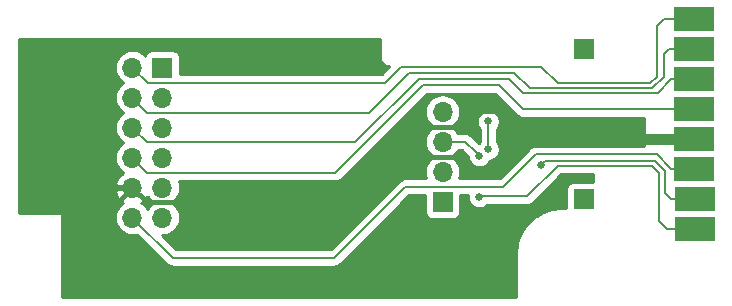
<source format=gbl>
G04 #@! TF.GenerationSoftware,KiCad,Pcbnew,(5.1.4)-1*
G04 #@! TF.CreationDate,2020-10-15T04:09:33+01:00*
G04 #@! TF.ProjectId,buffer,62756666-6572-42e6-9b69-6361645f7063,rev?*
G04 #@! TF.SameCoordinates,Original*
G04 #@! TF.FileFunction,Copper,L2,Bot*
G04 #@! TF.FilePolarity,Positive*
%FSLAX46Y46*%
G04 Gerber Fmt 4.6, Leading zero omitted, Abs format (unit mm)*
G04 Created by KiCad (PCBNEW (5.1.4)-1) date 2020-10-15 04:09:33*
%MOMM*%
%LPD*%
G04 APERTURE LIST*
%ADD10O,1.700000X1.700000*%
%ADD11R,1.700000X1.700000*%
%ADD12R,3.500000X2.000000*%
%ADD13C,0.762000*%
%ADD14C,0.660400*%
%ADD15C,0.381000*%
%ADD16C,0.635000*%
%ADD17C,0.889000*%
%ADD18C,0.203200*%
%ADD19C,0.254000*%
G04 APERTURE END LIST*
D10*
X64077400Y-38110160D03*
X64077400Y-40650160D03*
X64077400Y-43190160D03*
D11*
X64077400Y-45730160D03*
X76033180Y-45504100D03*
X76040800Y-32801560D03*
D12*
X85400200Y-42959160D03*
X85400200Y-40419160D03*
X85400200Y-37879160D03*
X85400200Y-35339160D03*
X85400200Y-32779160D03*
X85400200Y-30239160D03*
X85410200Y-45509160D03*
X85410200Y-48049160D03*
D11*
X40353800Y-34376360D03*
D10*
X37813800Y-34376360D03*
X40353800Y-36916360D03*
X37813800Y-36916360D03*
X40353800Y-39456360D03*
X37813800Y-39456360D03*
X40353800Y-41996360D03*
X37813800Y-41996360D03*
X40353800Y-44536360D03*
X37813800Y-44536360D03*
X40353800Y-47076360D03*
X37813800Y-47076360D03*
D13*
X47016220Y-49232820D03*
X44463520Y-49230280D03*
X45738600Y-49230280D03*
X68395398Y-43215561D03*
X68395400Y-46517562D03*
D14*
X67201600Y-41843956D03*
X67176200Y-45298360D03*
X67963600Y-38922960D03*
X67963600Y-41285160D03*
X72434000Y-42631360D03*
D15*
X37813800Y-44536360D02*
X39057501Y-45780061D01*
X47016220Y-45890180D02*
X47126339Y-45780061D01*
X47016220Y-49232820D02*
X47016220Y-45890180D01*
X39057501Y-45780061D02*
X44466959Y-45780061D01*
X44466959Y-45780061D02*
X44466959Y-49226841D01*
X44466959Y-49226841D02*
X44463520Y-49230280D01*
X44466959Y-45780061D02*
X45737701Y-45780061D01*
X45737701Y-45780061D02*
X47126339Y-45780061D01*
X45737701Y-45780061D02*
X45737701Y-49229381D01*
X45737701Y-49229381D02*
X45738600Y-49230280D01*
X47016220Y-45890180D02*
X54849580Y-45890180D01*
D16*
X77742600Y-39557960D02*
X69436800Y-39557960D01*
X78603800Y-40419160D02*
X77742600Y-39557960D01*
D15*
X54849580Y-45890180D02*
X58895800Y-41843960D01*
D17*
X85400200Y-40419160D02*
X78603800Y-40419160D01*
D15*
X58895800Y-41843960D02*
X58997400Y-41945560D01*
X58997400Y-41945560D02*
X65347400Y-41945560D01*
X69436800Y-42174159D02*
X68725597Y-42885362D01*
X68725597Y-42885362D02*
X68395398Y-43215561D01*
X69436800Y-39557960D02*
X69436800Y-42174159D01*
X67928425Y-43215561D02*
X68395398Y-43215561D01*
X66617401Y-43215561D02*
X67928425Y-43215561D01*
X65347400Y-41945560D02*
X66617401Y-43215561D01*
X61333301Y-39406459D02*
X65727501Y-39406459D01*
X58895800Y-41843960D02*
X61333301Y-39406459D01*
X65727501Y-39406459D02*
X67100000Y-38033960D01*
X67100000Y-38033960D02*
X68903400Y-38033960D01*
X68903400Y-38033960D02*
X69436800Y-38567360D01*
X69436800Y-38567360D02*
X69436800Y-39557960D01*
X37813800Y-44536360D02*
X35350000Y-47000160D01*
X35350000Y-47000160D02*
X35350000Y-49260760D01*
X35350000Y-49260760D02*
X38067800Y-51978560D01*
X38067800Y-51978560D02*
X62934402Y-51978560D01*
X68014401Y-46898561D02*
X68395400Y-46517562D01*
X62934402Y-51978560D02*
X68014401Y-46898561D01*
D18*
X54908000Y-50479960D02*
X60927800Y-44460160D01*
X37813800Y-47076360D02*
X41217400Y-50479960D01*
X82204800Y-41716960D02*
X83447000Y-42959160D01*
X83447000Y-42959160D02*
X85400200Y-42959160D01*
X71951396Y-41716960D02*
X82204800Y-41716960D01*
X69208196Y-44460160D02*
X71951396Y-41716960D01*
X60927800Y-44460160D02*
X69208196Y-44460160D01*
X41217400Y-50479960D02*
X54908000Y-50479960D01*
X70856800Y-37879160D02*
X85400200Y-37879160D01*
X68827200Y-35849560D02*
X70856800Y-37879160D01*
X62426400Y-35849560D02*
X68827200Y-35849560D01*
X55009600Y-43266360D02*
X62426400Y-35849560D01*
X37813800Y-41996360D02*
X39083800Y-43266360D01*
X39083800Y-43266360D02*
X55009600Y-43266360D01*
X83447000Y-35339160D02*
X85400200Y-35339160D01*
X82276181Y-36509979D02*
X83447000Y-35339160D01*
X39058400Y-40700960D02*
X56686000Y-40700960D01*
X37813800Y-39456360D02*
X39058400Y-40700960D01*
X56686000Y-40700960D02*
X62070800Y-35316160D01*
X62070800Y-35316160D02*
X69716200Y-35316160D01*
X69716200Y-35316160D02*
X70910019Y-36509979D01*
X70910019Y-36509979D02*
X82276181Y-36509979D01*
X83226000Y-32779160D02*
X85400200Y-32779160D01*
X81847940Y-36103571D02*
X82822600Y-35128911D01*
X73662660Y-36103571D02*
X81847940Y-36103571D01*
X82822600Y-33182560D02*
X83226000Y-32779160D01*
X39083800Y-38186360D02*
X57829000Y-38186360D01*
X82822600Y-35128911D02*
X82822600Y-33182560D01*
X37813800Y-36916360D02*
X39083800Y-38186360D01*
X57829000Y-38186360D02*
X61207200Y-34808160D01*
X61207200Y-34808160D02*
X70162360Y-34808160D01*
X70162360Y-34808160D02*
X71457770Y-36103570D01*
X71457770Y-36103570D02*
X73662660Y-36103571D01*
X82845000Y-30239160D02*
X85400200Y-30239160D01*
X81679600Y-35697160D02*
X82213000Y-35163760D01*
X39109200Y-35671760D02*
X59226000Y-35671760D01*
X37813800Y-34376360D02*
X39109200Y-35671760D01*
X82213000Y-35163760D02*
X82213000Y-30871160D01*
X59226000Y-35671760D02*
X60597600Y-34300160D01*
X60597600Y-34300160D02*
X72434000Y-34300160D01*
X82213000Y-30871160D02*
X82845000Y-30239160D01*
X72434000Y-34300160D02*
X73831000Y-35697160D01*
X73831000Y-35697160D02*
X81679600Y-35697160D01*
X66871401Y-41513757D02*
X67201600Y-41843956D01*
X64077400Y-40650160D02*
X66007804Y-40650160D01*
X66007804Y-40650160D02*
X66871401Y-41513757D01*
X83084200Y-48049160D02*
X85410200Y-48049160D01*
X82416200Y-47381160D02*
X83084200Y-48049160D01*
X67201600Y-45272960D02*
X71240200Y-45272960D01*
X67176200Y-45298360D02*
X67201600Y-45272960D01*
X71240200Y-45272960D02*
X73831000Y-42682160D01*
X73831000Y-42682160D02*
X81806600Y-42682160D01*
X81806600Y-42682160D02*
X82416200Y-43291760D01*
X82416200Y-43291760D02*
X82416200Y-47381160D01*
X67963600Y-38922960D02*
X67963600Y-41285160D01*
X72764199Y-42301161D02*
X72434000Y-42631360D01*
X72789609Y-42275751D02*
X72764199Y-42301161D01*
X82035191Y-42275751D02*
X72789609Y-42275751D01*
X82898800Y-43139360D02*
X82035191Y-42275751D01*
X82898800Y-44968160D02*
X82898800Y-43139360D01*
X83439800Y-45509160D02*
X82898800Y-44968160D01*
X85410200Y-45509160D02*
X83439800Y-45509160D01*
D19*
G36*
X58795001Y-32793303D02*
G01*
X58795000Y-32793313D01*
X58795000Y-33555313D01*
X58791686Y-33588960D01*
X58804912Y-33723243D01*
X58844081Y-33852366D01*
X58907688Y-33971367D01*
X58993289Y-34075671D01*
X59090878Y-34155761D01*
X59097593Y-34161272D01*
X59216594Y-34224879D01*
X59345717Y-34264048D01*
X59480000Y-34277274D01*
X59513647Y-34273960D01*
X59582091Y-34273960D01*
X58920891Y-34935160D01*
X41841872Y-34935160D01*
X41841872Y-33526360D01*
X41829612Y-33401878D01*
X41793302Y-33282180D01*
X41734337Y-33171866D01*
X41654985Y-33075175D01*
X41558294Y-32995823D01*
X41447980Y-32936858D01*
X41328282Y-32900548D01*
X41203800Y-32888288D01*
X39503800Y-32888288D01*
X39379318Y-32900548D01*
X39259620Y-32936858D01*
X39149306Y-32995823D01*
X39052615Y-33075175D01*
X38973263Y-33171866D01*
X38914298Y-33282180D01*
X38893407Y-33351047D01*
X38868934Y-33321226D01*
X38642814Y-33135654D01*
X38384834Y-32997761D01*
X38104911Y-32912847D01*
X37886750Y-32891360D01*
X37740850Y-32891360D01*
X37522689Y-32912847D01*
X37242766Y-32997761D01*
X36984786Y-33135654D01*
X36758666Y-33321226D01*
X36573094Y-33547346D01*
X36435201Y-33805326D01*
X36350287Y-34085249D01*
X36321615Y-34376360D01*
X36350287Y-34667471D01*
X36435201Y-34947394D01*
X36573094Y-35205374D01*
X36758666Y-35431494D01*
X36984786Y-35617066D01*
X37039591Y-35646360D01*
X36984786Y-35675654D01*
X36758666Y-35861226D01*
X36573094Y-36087346D01*
X36435201Y-36345326D01*
X36350287Y-36625249D01*
X36321615Y-36916360D01*
X36350287Y-37207471D01*
X36435201Y-37487394D01*
X36573094Y-37745374D01*
X36758666Y-37971494D01*
X36984786Y-38157066D01*
X37039591Y-38186360D01*
X36984786Y-38215654D01*
X36758666Y-38401226D01*
X36573094Y-38627346D01*
X36435201Y-38885326D01*
X36350287Y-39165249D01*
X36321615Y-39456360D01*
X36350287Y-39747471D01*
X36435201Y-40027394D01*
X36573094Y-40285374D01*
X36758666Y-40511494D01*
X36984786Y-40697066D01*
X37039591Y-40726360D01*
X36984786Y-40755654D01*
X36758666Y-40941226D01*
X36573094Y-41167346D01*
X36435201Y-41425326D01*
X36350287Y-41705249D01*
X36321615Y-41996360D01*
X36350287Y-42287471D01*
X36435201Y-42567394D01*
X36573094Y-42825374D01*
X36758666Y-43051494D01*
X36984786Y-43237066D01*
X37049323Y-43271561D01*
X36932445Y-43341182D01*
X36716212Y-43536091D01*
X36542159Y-43769440D01*
X36416975Y-44032261D01*
X36372324Y-44179470D01*
X36493645Y-44409360D01*
X37686800Y-44409360D01*
X37686800Y-44389360D01*
X37940800Y-44389360D01*
X37940800Y-44409360D01*
X37960800Y-44409360D01*
X37960800Y-44663360D01*
X37940800Y-44663360D01*
X37940800Y-44683360D01*
X37686800Y-44683360D01*
X37686800Y-44663360D01*
X36493645Y-44663360D01*
X36372324Y-44893250D01*
X36416975Y-45040459D01*
X36542159Y-45303280D01*
X36716212Y-45536629D01*
X36932445Y-45731538D01*
X37049323Y-45801159D01*
X36984786Y-45835654D01*
X36758666Y-46021226D01*
X36573094Y-46247346D01*
X36435201Y-46505326D01*
X36350287Y-46785249D01*
X36321615Y-47076360D01*
X36350287Y-47367471D01*
X36435201Y-47647394D01*
X36573094Y-47905374D01*
X36758666Y-48131494D01*
X36984786Y-48317066D01*
X37242766Y-48454959D01*
X37522689Y-48539873D01*
X37740850Y-48561360D01*
X37886750Y-48561360D01*
X38104911Y-48539873D01*
X38205186Y-48509455D01*
X40670959Y-50975229D01*
X40694025Y-51003335D01*
X40806187Y-51095384D01*
X40934151Y-51163782D01*
X41073001Y-51205902D01*
X41181214Y-51216560D01*
X41181223Y-51216560D01*
X41217399Y-51220123D01*
X41253575Y-51216560D01*
X54871817Y-51216560D01*
X54908000Y-51220124D01*
X54944183Y-51216560D01*
X54944186Y-51216560D01*
X55052399Y-51205902D01*
X55191249Y-51163782D01*
X55319213Y-51095384D01*
X55431375Y-51003335D01*
X55454446Y-50975223D01*
X61232910Y-45196760D01*
X62589328Y-45196760D01*
X62589328Y-46580160D01*
X62601588Y-46704642D01*
X62637898Y-46824340D01*
X62696863Y-46934654D01*
X62776215Y-47031345D01*
X62872906Y-47110697D01*
X62983220Y-47169662D01*
X63102918Y-47205972D01*
X63227400Y-47218232D01*
X64927400Y-47218232D01*
X65051882Y-47205972D01*
X65171580Y-47169662D01*
X65281894Y-47110697D01*
X65378585Y-47031345D01*
X65457937Y-46934654D01*
X65516902Y-46824340D01*
X65553212Y-46704642D01*
X65565472Y-46580160D01*
X65565472Y-45196760D01*
X66212300Y-45196760D01*
X66211000Y-45203296D01*
X66211000Y-45393424D01*
X66248092Y-45579898D01*
X66320851Y-45755554D01*
X66426480Y-45913639D01*
X66560921Y-46048080D01*
X66719006Y-46153709D01*
X66894662Y-46226468D01*
X67081136Y-46263560D01*
X67271264Y-46263560D01*
X67457738Y-46226468D01*
X67633394Y-46153709D01*
X67791479Y-46048080D01*
X67829999Y-46009560D01*
X71204017Y-46009560D01*
X71240200Y-46013124D01*
X71276383Y-46009560D01*
X71276386Y-46009560D01*
X71384599Y-45998902D01*
X71523449Y-45956782D01*
X71651413Y-45888384D01*
X71763575Y-45796335D01*
X71786646Y-45768223D01*
X74136109Y-43418760D01*
X76802538Y-43418760D01*
X76800286Y-43441620D01*
X76803600Y-43475267D01*
X76803600Y-44016028D01*
X75183180Y-44016028D01*
X75058698Y-44028288D01*
X74939000Y-44064598D01*
X74828686Y-44123563D01*
X74731995Y-44202915D01*
X74652643Y-44299606D01*
X74593678Y-44409920D01*
X74557368Y-44529618D01*
X74545108Y-44654100D01*
X74545108Y-46289760D01*
X74137394Y-46289760D01*
X74066810Y-46289423D01*
X74034205Y-46292463D01*
X74001456Y-46292234D01*
X73991938Y-46293168D01*
X73395320Y-46355874D01*
X73334509Y-46368357D01*
X73273518Y-46379992D01*
X73264362Y-46382756D01*
X72691286Y-46560153D01*
X72634032Y-46584221D01*
X72576488Y-46607470D01*
X72568043Y-46611960D01*
X72040338Y-46897289D01*
X71988881Y-46931997D01*
X71936917Y-46966002D01*
X71929505Y-46972047D01*
X71467271Y-47354441D01*
X71423524Y-47398494D01*
X71379167Y-47441932D01*
X71373070Y-47449302D01*
X70993913Y-47914194D01*
X70959557Y-47965905D01*
X70924480Y-48017133D01*
X70919934Y-48025542D01*
X70919931Y-48025546D01*
X70919931Y-48025547D01*
X70638293Y-48555231D01*
X70614639Y-48612620D01*
X70590176Y-48669696D01*
X70587348Y-48678833D01*
X70413957Y-49253133D01*
X70401900Y-49314026D01*
X70388990Y-49374763D01*
X70387990Y-49384275D01*
X70329450Y-49981316D01*
X70329450Y-49981327D01*
X70326178Y-50014578D01*
X70326536Y-53808160D01*
X31847340Y-53808160D01*
X31847340Y-46796960D01*
X31844900Y-46772184D01*
X31837673Y-46748359D01*
X31825937Y-46726403D01*
X31810143Y-46707157D01*
X31790897Y-46691363D01*
X31768941Y-46679627D01*
X31745116Y-46672400D01*
X31720340Y-46669960D01*
X28211800Y-46669960D01*
X28211800Y-31987960D01*
X58795000Y-31987960D01*
X58795001Y-32793303D01*
X58795001Y-32793303D01*
G37*
X58795001Y-32793303D02*
X58795000Y-32793313D01*
X58795000Y-33555313D01*
X58791686Y-33588960D01*
X58804912Y-33723243D01*
X58844081Y-33852366D01*
X58907688Y-33971367D01*
X58993289Y-34075671D01*
X59090878Y-34155761D01*
X59097593Y-34161272D01*
X59216594Y-34224879D01*
X59345717Y-34264048D01*
X59480000Y-34277274D01*
X59513647Y-34273960D01*
X59582091Y-34273960D01*
X58920891Y-34935160D01*
X41841872Y-34935160D01*
X41841872Y-33526360D01*
X41829612Y-33401878D01*
X41793302Y-33282180D01*
X41734337Y-33171866D01*
X41654985Y-33075175D01*
X41558294Y-32995823D01*
X41447980Y-32936858D01*
X41328282Y-32900548D01*
X41203800Y-32888288D01*
X39503800Y-32888288D01*
X39379318Y-32900548D01*
X39259620Y-32936858D01*
X39149306Y-32995823D01*
X39052615Y-33075175D01*
X38973263Y-33171866D01*
X38914298Y-33282180D01*
X38893407Y-33351047D01*
X38868934Y-33321226D01*
X38642814Y-33135654D01*
X38384834Y-32997761D01*
X38104911Y-32912847D01*
X37886750Y-32891360D01*
X37740850Y-32891360D01*
X37522689Y-32912847D01*
X37242766Y-32997761D01*
X36984786Y-33135654D01*
X36758666Y-33321226D01*
X36573094Y-33547346D01*
X36435201Y-33805326D01*
X36350287Y-34085249D01*
X36321615Y-34376360D01*
X36350287Y-34667471D01*
X36435201Y-34947394D01*
X36573094Y-35205374D01*
X36758666Y-35431494D01*
X36984786Y-35617066D01*
X37039591Y-35646360D01*
X36984786Y-35675654D01*
X36758666Y-35861226D01*
X36573094Y-36087346D01*
X36435201Y-36345326D01*
X36350287Y-36625249D01*
X36321615Y-36916360D01*
X36350287Y-37207471D01*
X36435201Y-37487394D01*
X36573094Y-37745374D01*
X36758666Y-37971494D01*
X36984786Y-38157066D01*
X37039591Y-38186360D01*
X36984786Y-38215654D01*
X36758666Y-38401226D01*
X36573094Y-38627346D01*
X36435201Y-38885326D01*
X36350287Y-39165249D01*
X36321615Y-39456360D01*
X36350287Y-39747471D01*
X36435201Y-40027394D01*
X36573094Y-40285374D01*
X36758666Y-40511494D01*
X36984786Y-40697066D01*
X37039591Y-40726360D01*
X36984786Y-40755654D01*
X36758666Y-40941226D01*
X36573094Y-41167346D01*
X36435201Y-41425326D01*
X36350287Y-41705249D01*
X36321615Y-41996360D01*
X36350287Y-42287471D01*
X36435201Y-42567394D01*
X36573094Y-42825374D01*
X36758666Y-43051494D01*
X36984786Y-43237066D01*
X37049323Y-43271561D01*
X36932445Y-43341182D01*
X36716212Y-43536091D01*
X36542159Y-43769440D01*
X36416975Y-44032261D01*
X36372324Y-44179470D01*
X36493645Y-44409360D01*
X37686800Y-44409360D01*
X37686800Y-44389360D01*
X37940800Y-44389360D01*
X37940800Y-44409360D01*
X37960800Y-44409360D01*
X37960800Y-44663360D01*
X37940800Y-44663360D01*
X37940800Y-44683360D01*
X37686800Y-44683360D01*
X37686800Y-44663360D01*
X36493645Y-44663360D01*
X36372324Y-44893250D01*
X36416975Y-45040459D01*
X36542159Y-45303280D01*
X36716212Y-45536629D01*
X36932445Y-45731538D01*
X37049323Y-45801159D01*
X36984786Y-45835654D01*
X36758666Y-46021226D01*
X36573094Y-46247346D01*
X36435201Y-46505326D01*
X36350287Y-46785249D01*
X36321615Y-47076360D01*
X36350287Y-47367471D01*
X36435201Y-47647394D01*
X36573094Y-47905374D01*
X36758666Y-48131494D01*
X36984786Y-48317066D01*
X37242766Y-48454959D01*
X37522689Y-48539873D01*
X37740850Y-48561360D01*
X37886750Y-48561360D01*
X38104911Y-48539873D01*
X38205186Y-48509455D01*
X40670959Y-50975229D01*
X40694025Y-51003335D01*
X40806187Y-51095384D01*
X40934151Y-51163782D01*
X41073001Y-51205902D01*
X41181214Y-51216560D01*
X41181223Y-51216560D01*
X41217399Y-51220123D01*
X41253575Y-51216560D01*
X54871817Y-51216560D01*
X54908000Y-51220124D01*
X54944183Y-51216560D01*
X54944186Y-51216560D01*
X55052399Y-51205902D01*
X55191249Y-51163782D01*
X55319213Y-51095384D01*
X55431375Y-51003335D01*
X55454446Y-50975223D01*
X61232910Y-45196760D01*
X62589328Y-45196760D01*
X62589328Y-46580160D01*
X62601588Y-46704642D01*
X62637898Y-46824340D01*
X62696863Y-46934654D01*
X62776215Y-47031345D01*
X62872906Y-47110697D01*
X62983220Y-47169662D01*
X63102918Y-47205972D01*
X63227400Y-47218232D01*
X64927400Y-47218232D01*
X65051882Y-47205972D01*
X65171580Y-47169662D01*
X65281894Y-47110697D01*
X65378585Y-47031345D01*
X65457937Y-46934654D01*
X65516902Y-46824340D01*
X65553212Y-46704642D01*
X65565472Y-46580160D01*
X65565472Y-45196760D01*
X66212300Y-45196760D01*
X66211000Y-45203296D01*
X66211000Y-45393424D01*
X66248092Y-45579898D01*
X66320851Y-45755554D01*
X66426480Y-45913639D01*
X66560921Y-46048080D01*
X66719006Y-46153709D01*
X66894662Y-46226468D01*
X67081136Y-46263560D01*
X67271264Y-46263560D01*
X67457738Y-46226468D01*
X67633394Y-46153709D01*
X67791479Y-46048080D01*
X67829999Y-46009560D01*
X71204017Y-46009560D01*
X71240200Y-46013124D01*
X71276383Y-46009560D01*
X71276386Y-46009560D01*
X71384599Y-45998902D01*
X71523449Y-45956782D01*
X71651413Y-45888384D01*
X71763575Y-45796335D01*
X71786646Y-45768223D01*
X74136109Y-43418760D01*
X76802538Y-43418760D01*
X76800286Y-43441620D01*
X76803600Y-43475267D01*
X76803600Y-44016028D01*
X75183180Y-44016028D01*
X75058698Y-44028288D01*
X74939000Y-44064598D01*
X74828686Y-44123563D01*
X74731995Y-44202915D01*
X74652643Y-44299606D01*
X74593678Y-44409920D01*
X74557368Y-44529618D01*
X74545108Y-44654100D01*
X74545108Y-46289760D01*
X74137394Y-46289760D01*
X74066810Y-46289423D01*
X74034205Y-46292463D01*
X74001456Y-46292234D01*
X73991938Y-46293168D01*
X73395320Y-46355874D01*
X73334509Y-46368357D01*
X73273518Y-46379992D01*
X73264362Y-46382756D01*
X72691286Y-46560153D01*
X72634032Y-46584221D01*
X72576488Y-46607470D01*
X72568043Y-46611960D01*
X72040338Y-46897289D01*
X71988881Y-46931997D01*
X71936917Y-46966002D01*
X71929505Y-46972047D01*
X71467271Y-47354441D01*
X71423524Y-47398494D01*
X71379167Y-47441932D01*
X71373070Y-47449302D01*
X70993913Y-47914194D01*
X70959557Y-47965905D01*
X70924480Y-48017133D01*
X70919934Y-48025542D01*
X70919931Y-48025546D01*
X70919931Y-48025547D01*
X70638293Y-48555231D01*
X70614639Y-48612620D01*
X70590176Y-48669696D01*
X70587348Y-48678833D01*
X70413957Y-49253133D01*
X70401900Y-49314026D01*
X70388990Y-49374763D01*
X70387990Y-49384275D01*
X70329450Y-49981316D01*
X70329450Y-49981327D01*
X70326178Y-50014578D01*
X70326536Y-53808160D01*
X31847340Y-53808160D01*
X31847340Y-46796960D01*
X31844900Y-46772184D01*
X31837673Y-46748359D01*
X31825937Y-46726403D01*
X31810143Y-46707157D01*
X31790897Y-46691363D01*
X31768941Y-46679627D01*
X31745116Y-46672400D01*
X31720340Y-46669960D01*
X28211800Y-46669960D01*
X28211800Y-31987960D01*
X58795000Y-31987960D01*
X58795001Y-32793303D01*
G36*
X70310359Y-38374429D02*
G01*
X70333425Y-38402535D01*
X70445587Y-38494584D01*
X70573551Y-38562982D01*
X70712401Y-38605102D01*
X70856800Y-38619324D01*
X70892986Y-38615760D01*
X81151280Y-38615760D01*
X81151280Y-40980360D01*
X71987582Y-40980360D01*
X71951396Y-40976796D01*
X71915210Y-40980360D01*
X71806997Y-40991018D01*
X71668147Y-41033138D01*
X71540183Y-41101536D01*
X71428021Y-41193585D01*
X71404955Y-41221691D01*
X68903087Y-43723560D01*
X65467415Y-43723560D01*
X65540913Y-43481271D01*
X65569585Y-43190160D01*
X65540913Y-42899049D01*
X65455999Y-42619126D01*
X65318106Y-42361146D01*
X65132534Y-42135026D01*
X64906414Y-41949454D01*
X64851609Y-41920160D01*
X64906414Y-41890866D01*
X65132534Y-41705294D01*
X65318106Y-41479174D01*
X65367502Y-41386760D01*
X65702695Y-41386760D01*
X66236400Y-41920466D01*
X66236400Y-41939020D01*
X66273492Y-42125494D01*
X66346251Y-42301150D01*
X66451880Y-42459235D01*
X66586321Y-42593676D01*
X66744406Y-42699305D01*
X66920062Y-42772064D01*
X67106536Y-42809156D01*
X67296664Y-42809156D01*
X67483138Y-42772064D01*
X67658794Y-42699305D01*
X67816879Y-42593676D01*
X67951320Y-42459235D01*
X68056949Y-42301150D01*
X68079722Y-42246171D01*
X68245138Y-42213268D01*
X68420794Y-42140509D01*
X68578879Y-42034880D01*
X68713320Y-41900439D01*
X68818949Y-41742354D01*
X68891708Y-41566698D01*
X68928800Y-41380224D01*
X68928800Y-41190096D01*
X68891708Y-41003622D01*
X68818949Y-40827966D01*
X68713320Y-40669881D01*
X68700200Y-40656761D01*
X68700200Y-39551359D01*
X68713320Y-39538239D01*
X68818949Y-39380154D01*
X68891708Y-39204498D01*
X68928800Y-39018024D01*
X68928800Y-38827896D01*
X68891708Y-38641422D01*
X68818949Y-38465766D01*
X68713320Y-38307681D01*
X68578879Y-38173240D01*
X68420794Y-38067611D01*
X68245138Y-37994852D01*
X68058664Y-37957760D01*
X67868536Y-37957760D01*
X67682062Y-37994852D01*
X67506406Y-38067611D01*
X67348321Y-38173240D01*
X67213880Y-38307681D01*
X67108251Y-38465766D01*
X67035492Y-38641422D01*
X66998400Y-38827896D01*
X66998400Y-39018024D01*
X67035492Y-39204498D01*
X67108251Y-39380154D01*
X67213880Y-39538239D01*
X67227000Y-39551359D01*
X67227001Y-40656760D01*
X67213880Y-40669881D01*
X67155943Y-40756590D01*
X66554249Y-40154896D01*
X66531179Y-40126785D01*
X66419017Y-40034736D01*
X66291053Y-39966338D01*
X66152203Y-39924218D01*
X66043990Y-39913560D01*
X66043987Y-39913560D01*
X66007804Y-39909996D01*
X65971621Y-39913560D01*
X65367502Y-39913560D01*
X65318106Y-39821146D01*
X65132534Y-39595026D01*
X64906414Y-39409454D01*
X64851609Y-39380160D01*
X64906414Y-39350866D01*
X65132534Y-39165294D01*
X65318106Y-38939174D01*
X65455999Y-38681194D01*
X65540913Y-38401271D01*
X65569585Y-38110160D01*
X65540913Y-37819049D01*
X65455999Y-37539126D01*
X65318106Y-37281146D01*
X65132534Y-37055026D01*
X64906414Y-36869454D01*
X64648434Y-36731561D01*
X64368511Y-36646647D01*
X64150350Y-36625160D01*
X64004450Y-36625160D01*
X63786289Y-36646647D01*
X63506366Y-36731561D01*
X63248386Y-36869454D01*
X63022266Y-37055026D01*
X62836694Y-37281146D01*
X62698801Y-37539126D01*
X62613887Y-37819049D01*
X62585215Y-38110160D01*
X62613887Y-38401271D01*
X62698801Y-38681194D01*
X62836694Y-38939174D01*
X63022266Y-39165294D01*
X63248386Y-39350866D01*
X63303191Y-39380160D01*
X63248386Y-39409454D01*
X63022266Y-39595026D01*
X62836694Y-39821146D01*
X62698801Y-40079126D01*
X62613887Y-40359049D01*
X62585215Y-40650160D01*
X62613887Y-40941271D01*
X62698801Y-41221194D01*
X62836694Y-41479174D01*
X63022266Y-41705294D01*
X63248386Y-41890866D01*
X63303191Y-41920160D01*
X63248386Y-41949454D01*
X63022266Y-42135026D01*
X62836694Y-42361146D01*
X62698801Y-42619126D01*
X62613887Y-42899049D01*
X62585215Y-43190160D01*
X62613887Y-43481271D01*
X62687385Y-43723560D01*
X60963986Y-43723560D01*
X60927800Y-43719996D01*
X60891614Y-43723560D01*
X60783401Y-43734218D01*
X60644551Y-43776338D01*
X60516587Y-43844736D01*
X60404425Y-43936785D01*
X60381359Y-43964891D01*
X54602891Y-49743360D01*
X41522510Y-49743360D01*
X40340510Y-48561360D01*
X40426750Y-48561360D01*
X40644911Y-48539873D01*
X40924834Y-48454959D01*
X41182814Y-48317066D01*
X41408934Y-48131494D01*
X41594506Y-47905374D01*
X41732399Y-47647394D01*
X41817313Y-47367471D01*
X41845985Y-47076360D01*
X41817313Y-46785249D01*
X41732399Y-46505326D01*
X41594506Y-46247346D01*
X41408934Y-46021226D01*
X41182814Y-45835654D01*
X41128009Y-45806360D01*
X41182814Y-45777066D01*
X41408934Y-45591494D01*
X41594506Y-45365374D01*
X41732399Y-45107394D01*
X41817313Y-44827471D01*
X41845985Y-44536360D01*
X41817313Y-44245249D01*
X41743815Y-44002960D01*
X54973417Y-44002960D01*
X55009600Y-44006524D01*
X55045783Y-44002960D01*
X55045786Y-44002960D01*
X55153999Y-43992302D01*
X55292849Y-43950182D01*
X55420813Y-43881784D01*
X55532975Y-43789735D01*
X55556046Y-43761623D01*
X62731510Y-36586160D01*
X68522091Y-36586160D01*
X70310359Y-38374429D01*
X70310359Y-38374429D01*
G37*
X70310359Y-38374429D02*
X70333425Y-38402535D01*
X70445587Y-38494584D01*
X70573551Y-38562982D01*
X70712401Y-38605102D01*
X70856800Y-38619324D01*
X70892986Y-38615760D01*
X81151280Y-38615760D01*
X81151280Y-40980360D01*
X71987582Y-40980360D01*
X71951396Y-40976796D01*
X71915210Y-40980360D01*
X71806997Y-40991018D01*
X71668147Y-41033138D01*
X71540183Y-41101536D01*
X71428021Y-41193585D01*
X71404955Y-41221691D01*
X68903087Y-43723560D01*
X65467415Y-43723560D01*
X65540913Y-43481271D01*
X65569585Y-43190160D01*
X65540913Y-42899049D01*
X65455999Y-42619126D01*
X65318106Y-42361146D01*
X65132534Y-42135026D01*
X64906414Y-41949454D01*
X64851609Y-41920160D01*
X64906414Y-41890866D01*
X65132534Y-41705294D01*
X65318106Y-41479174D01*
X65367502Y-41386760D01*
X65702695Y-41386760D01*
X66236400Y-41920466D01*
X66236400Y-41939020D01*
X66273492Y-42125494D01*
X66346251Y-42301150D01*
X66451880Y-42459235D01*
X66586321Y-42593676D01*
X66744406Y-42699305D01*
X66920062Y-42772064D01*
X67106536Y-42809156D01*
X67296664Y-42809156D01*
X67483138Y-42772064D01*
X67658794Y-42699305D01*
X67816879Y-42593676D01*
X67951320Y-42459235D01*
X68056949Y-42301150D01*
X68079722Y-42246171D01*
X68245138Y-42213268D01*
X68420794Y-42140509D01*
X68578879Y-42034880D01*
X68713320Y-41900439D01*
X68818949Y-41742354D01*
X68891708Y-41566698D01*
X68928800Y-41380224D01*
X68928800Y-41190096D01*
X68891708Y-41003622D01*
X68818949Y-40827966D01*
X68713320Y-40669881D01*
X68700200Y-40656761D01*
X68700200Y-39551359D01*
X68713320Y-39538239D01*
X68818949Y-39380154D01*
X68891708Y-39204498D01*
X68928800Y-39018024D01*
X68928800Y-38827896D01*
X68891708Y-38641422D01*
X68818949Y-38465766D01*
X68713320Y-38307681D01*
X68578879Y-38173240D01*
X68420794Y-38067611D01*
X68245138Y-37994852D01*
X68058664Y-37957760D01*
X67868536Y-37957760D01*
X67682062Y-37994852D01*
X67506406Y-38067611D01*
X67348321Y-38173240D01*
X67213880Y-38307681D01*
X67108251Y-38465766D01*
X67035492Y-38641422D01*
X66998400Y-38827896D01*
X66998400Y-39018024D01*
X67035492Y-39204498D01*
X67108251Y-39380154D01*
X67213880Y-39538239D01*
X67227000Y-39551359D01*
X67227001Y-40656760D01*
X67213880Y-40669881D01*
X67155943Y-40756590D01*
X66554249Y-40154896D01*
X66531179Y-40126785D01*
X66419017Y-40034736D01*
X66291053Y-39966338D01*
X66152203Y-39924218D01*
X66043990Y-39913560D01*
X66043987Y-39913560D01*
X66007804Y-39909996D01*
X65971621Y-39913560D01*
X65367502Y-39913560D01*
X65318106Y-39821146D01*
X65132534Y-39595026D01*
X64906414Y-39409454D01*
X64851609Y-39380160D01*
X64906414Y-39350866D01*
X65132534Y-39165294D01*
X65318106Y-38939174D01*
X65455999Y-38681194D01*
X65540913Y-38401271D01*
X65569585Y-38110160D01*
X65540913Y-37819049D01*
X65455999Y-37539126D01*
X65318106Y-37281146D01*
X65132534Y-37055026D01*
X64906414Y-36869454D01*
X64648434Y-36731561D01*
X64368511Y-36646647D01*
X64150350Y-36625160D01*
X64004450Y-36625160D01*
X63786289Y-36646647D01*
X63506366Y-36731561D01*
X63248386Y-36869454D01*
X63022266Y-37055026D01*
X62836694Y-37281146D01*
X62698801Y-37539126D01*
X62613887Y-37819049D01*
X62585215Y-38110160D01*
X62613887Y-38401271D01*
X62698801Y-38681194D01*
X62836694Y-38939174D01*
X63022266Y-39165294D01*
X63248386Y-39350866D01*
X63303191Y-39380160D01*
X63248386Y-39409454D01*
X63022266Y-39595026D01*
X62836694Y-39821146D01*
X62698801Y-40079126D01*
X62613887Y-40359049D01*
X62585215Y-40650160D01*
X62613887Y-40941271D01*
X62698801Y-41221194D01*
X62836694Y-41479174D01*
X63022266Y-41705294D01*
X63248386Y-41890866D01*
X63303191Y-41920160D01*
X63248386Y-41949454D01*
X63022266Y-42135026D01*
X62836694Y-42361146D01*
X62698801Y-42619126D01*
X62613887Y-42899049D01*
X62585215Y-43190160D01*
X62613887Y-43481271D01*
X62687385Y-43723560D01*
X60963986Y-43723560D01*
X60927800Y-43719996D01*
X60891614Y-43723560D01*
X60783401Y-43734218D01*
X60644551Y-43776338D01*
X60516587Y-43844736D01*
X60404425Y-43936785D01*
X60381359Y-43964891D01*
X54602891Y-49743360D01*
X41522510Y-49743360D01*
X40340510Y-48561360D01*
X40426750Y-48561360D01*
X40644911Y-48539873D01*
X40924834Y-48454959D01*
X41182814Y-48317066D01*
X41408934Y-48131494D01*
X41594506Y-47905374D01*
X41732399Y-47647394D01*
X41817313Y-47367471D01*
X41845985Y-47076360D01*
X41817313Y-46785249D01*
X41732399Y-46505326D01*
X41594506Y-46247346D01*
X41408934Y-46021226D01*
X41182814Y-45835654D01*
X41128009Y-45806360D01*
X41182814Y-45777066D01*
X41408934Y-45591494D01*
X41594506Y-45365374D01*
X41732399Y-45107394D01*
X41817313Y-44827471D01*
X41845985Y-44536360D01*
X41817313Y-44245249D01*
X41743815Y-44002960D01*
X54973417Y-44002960D01*
X55009600Y-44006524D01*
X55045783Y-44002960D01*
X55045786Y-44002960D01*
X55153999Y-43992302D01*
X55292849Y-43950182D01*
X55420813Y-43881784D01*
X55532975Y-43789735D01*
X55556046Y-43761623D01*
X62731510Y-36586160D01*
X68522091Y-36586160D01*
X70310359Y-38374429D01*
G36*
X39113094Y-45365374D02*
G01*
X39298666Y-45591494D01*
X39524786Y-45777066D01*
X39579591Y-45806360D01*
X39524786Y-45835654D01*
X39298666Y-46021226D01*
X39113094Y-46247346D01*
X39083800Y-46302151D01*
X39054506Y-46247346D01*
X38868934Y-46021226D01*
X38642814Y-45835654D01*
X38578277Y-45801159D01*
X38695155Y-45731538D01*
X38911388Y-45536629D01*
X39082216Y-45307604D01*
X39113094Y-45365374D01*
X39113094Y-45365374D01*
G37*
X39113094Y-45365374D02*
X39298666Y-45591494D01*
X39524786Y-45777066D01*
X39579591Y-45806360D01*
X39524786Y-45835654D01*
X39298666Y-46021226D01*
X39113094Y-46247346D01*
X39083800Y-46302151D01*
X39054506Y-46247346D01*
X38868934Y-46021226D01*
X38642814Y-45835654D01*
X38578277Y-45801159D01*
X38695155Y-45731538D01*
X38911388Y-45536629D01*
X39082216Y-45307604D01*
X39113094Y-45365374D01*
M02*

</source>
